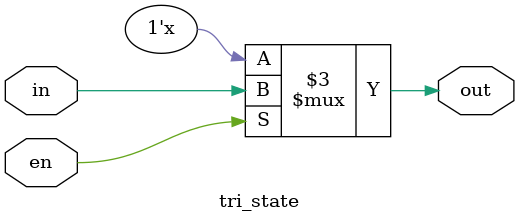
<source format=v>
module tri_state(out,in,en);
input in,en;
output reg out;

always@(en) begin
if (en) out=in;
else out=1'bz;
end
endmodule

</source>
